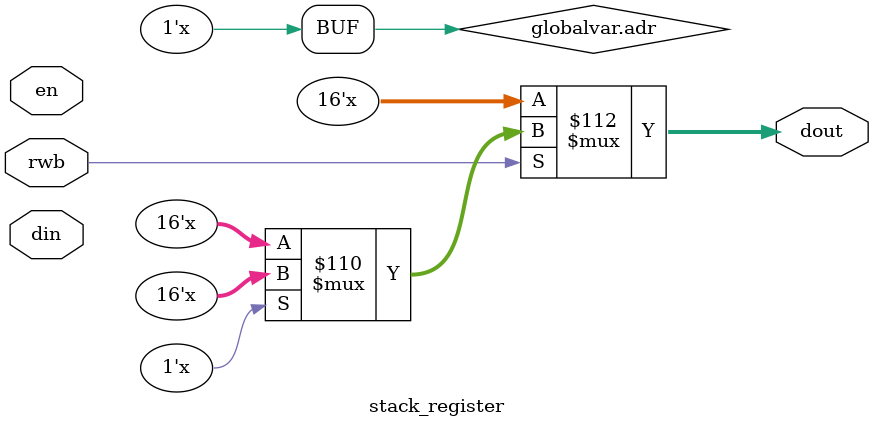
<source format=v>
module stack_register(dout,din,en,rwb);
	input [15:0] din;
	input en, rwb;
	output reg [15:0] dout;
	reg [15:0] stackreg [0:15];
    	
	always @ (en)
		begin
			if(rwb) 
				begin
					if(!globalvar.empty)
						begin
							dout <= stackreg[globalvar.adr];
							globalvar.full <= 1'b0;
							if (globalvar.adr == 4'd0) globalvar.empty <= 1'b1;
							else              globalvar.adr  <= globalvar.adr - 1;
						end
					else dout <= 16'dz;
				end
			else if(!rwb)
				begin
					if(!globalvar.full)
						begin
							stackreg[globalvar.adr] <= din;
							globalvar.empty <= 1'b0;
							if(globalvar.adr == 4'd15) globalvar.full <= 1'b1;
							else              globalvar.adr <= globalvar.adr + 1;
						end
				end
		end
	
endmodule
</source>
